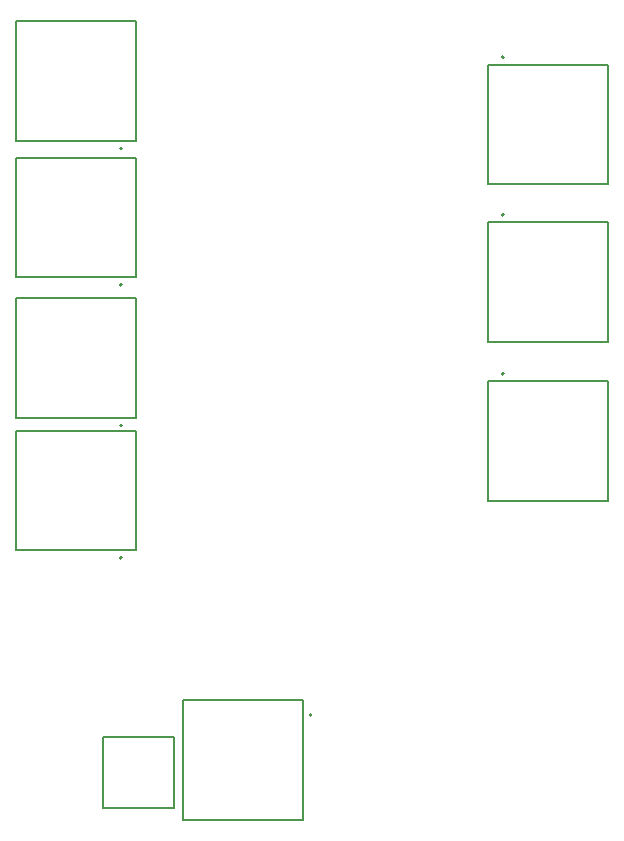
<source format=gbr>
%TF.GenerationSoftware,Altium Limited,Altium Designer,20.1.14 (287)*%
G04 Layer_Color=32896*
%FSLAX25Y25*%
%MOIN*%
%TF.SameCoordinates,66620FBD-E1AE-4FB5-826F-034038840454*%
%TF.FilePolarity,Positive*%
%TF.FileFunction,Other,Mechanical_4*%
%TF.Part,Single*%
G01*
G75*
%TA.AperFunction,NonConductor*%
%ADD44C,0.00787*%
%ADD77C,0.00500*%
D44*
X36595Y132653D02*
G03*
X36595Y132653I-394J0D01*
G01*
D02*
G03*
X36595Y132653I-394J0D01*
G01*
X163886Y255441D02*
G03*
X163886Y255441I-394J0D01*
G01*
D02*
G03*
X163886Y255441I-394J0D01*
G01*
Y202941D02*
G03*
X163886Y202941I-394J0D01*
G01*
D02*
G03*
X163886Y202941I-394J0D01*
G01*
Y149941D02*
G03*
X163886Y149941I-394J0D01*
G01*
D02*
G03*
X163886Y149941I-394J0D01*
G01*
X36595Y88559D02*
G03*
X36595Y88559I-394J0D01*
G01*
D02*
G03*
X36595Y88559I-394J0D01*
G01*
Y179559D02*
G03*
X36595Y179559I-394J0D01*
G01*
D02*
G03*
X36595Y179559I-394J0D01*
G01*
Y225059D02*
G03*
X36595Y225059I-394J0D01*
G01*
D02*
G03*
X36595Y225059I-394J0D01*
G01*
X99835Y36201D02*
G03*
X99835Y36201I-394J0D01*
G01*
D02*
G03*
X99835Y36201I-394J0D01*
G01*
D77*
X1083Y135114D02*
X41193D01*
X1083Y175075D02*
X41193D01*
X41093Y135114D02*
Y175075D01*
X1083Y135114D02*
Y175075D01*
Y135114D02*
X41093D01*
X1083Y175075D02*
X41093D01*
X41193Y135114D02*
Y175075D01*
X1083Y135114D02*
Y175075D01*
X30189Y5189D02*
X53811D01*
X30189D02*
Y28811D01*
X53811D01*
Y5189D02*
Y28811D01*
X30189Y5189D02*
X53811D01*
X30189D02*
Y28811D01*
X53811D01*
Y5189D02*
Y28811D01*
X158500Y252980D02*
X198610D01*
X158500Y213020D02*
X198610D01*
X158600D02*
Y252980D01*
X198610Y213020D02*
Y252980D01*
X158600D02*
X198610D01*
X158600Y213020D02*
X198610D01*
X158500D02*
Y252980D01*
X198610Y213020D02*
Y252980D01*
X158500Y200480D02*
X198610D01*
X158500Y160520D02*
X198610D01*
X158600D02*
Y200480D01*
X198610Y160520D02*
Y200480D01*
X158600D02*
X198610D01*
X158600Y160520D02*
X198610D01*
X158500D02*
Y200480D01*
X198610Y160520D02*
Y200480D01*
X158500Y147480D02*
X198610D01*
X158500Y107520D02*
X198610D01*
X158600D02*
Y147480D01*
X198610Y107520D02*
Y147480D01*
X158600D02*
X198610D01*
X158600Y107520D02*
X198610D01*
X158500D02*
Y147480D01*
X198610Y107520D02*
Y147480D01*
X1083Y91020D02*
X41193D01*
X1083Y130980D02*
X41193D01*
X41093Y91020D02*
Y130980D01*
X1083Y91020D02*
Y130980D01*
Y91020D02*
X41093D01*
X1083Y130980D02*
X41093D01*
X41193Y91020D02*
Y130980D01*
X1083Y91020D02*
Y130980D01*
Y182020D02*
X41193D01*
X1083Y221980D02*
X41193D01*
X41093Y182020D02*
Y221980D01*
X1083Y182020D02*
Y221980D01*
Y182020D02*
X41093D01*
X1083Y221980D02*
X41093D01*
X41193Y182020D02*
Y221980D01*
X1083Y182020D02*
Y221980D01*
Y227520D02*
X41193D01*
X1083Y267480D02*
X41193D01*
X41093Y227520D02*
Y267480D01*
X1083Y227520D02*
Y267480D01*
Y227520D02*
X41093D01*
X1083Y267480D02*
X41093D01*
X41193Y227520D02*
Y267480D01*
X1083Y227520D02*
Y267480D01*
X96980Y1083D02*
Y41193D01*
X57020Y1083D02*
Y41193D01*
Y41093D02*
X96980D01*
X57020Y1083D02*
X96980D01*
Y41093D01*
X57020Y1083D02*
Y41093D01*
Y41193D02*
X96980D01*
X57020Y1083D02*
X96980D01*
%TF.MD5,0bacd9e35cd050d3a6b33fad6ca19787*%
M02*

</source>
